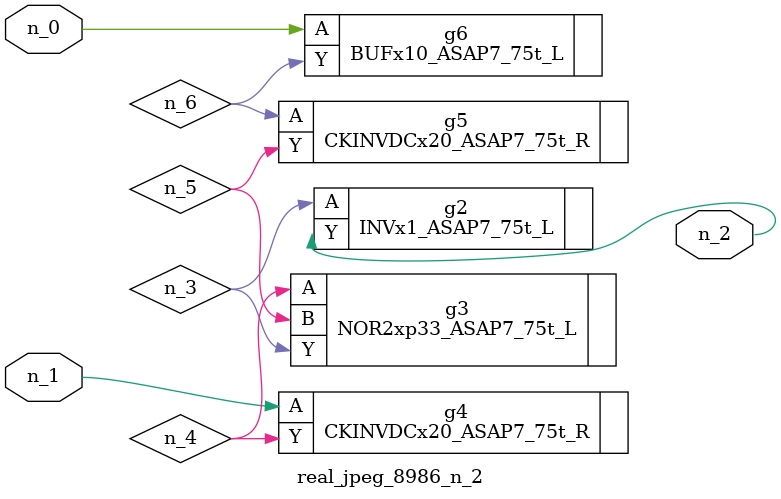
<source format=v>
module real_jpeg_8986_n_2 (n_1, n_0, n_2);

input n_1;
input n_0;

output n_2;

wire n_5;
wire n_4;
wire n_6;
wire n_3;

BUFx10_ASAP7_75t_L g6 ( 
.A(n_0),
.Y(n_6)
);

CKINVDCx20_ASAP7_75t_R g4 ( 
.A(n_1),
.Y(n_4)
);

INVx1_ASAP7_75t_L g2 ( 
.A(n_3),
.Y(n_2)
);

NOR2xp33_ASAP7_75t_L g3 ( 
.A(n_4),
.B(n_5),
.Y(n_3)
);

CKINVDCx20_ASAP7_75t_R g5 ( 
.A(n_6),
.Y(n_5)
);


endmodule
</source>
